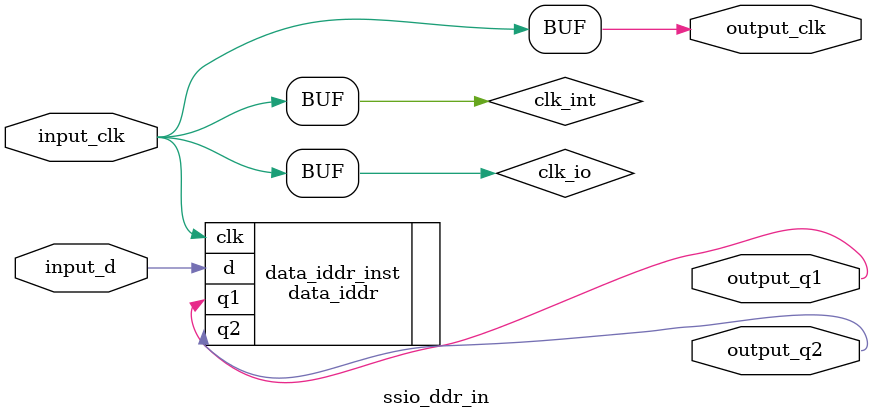
<source format=v>
/*

Copyright (c) 2016-2018 Alex Forencich

Permission is hereby granted, free of charge, to any person obtaining a copy
of this software and associated documentation files (the "Software"), to deal
in the Software without restriction, including without limitation the rights
to use, copy, modify, merge, publish, distribute, sublicense, and/or sell
copies of the Software, and to permit persons to whom the Software is
furnished to do so, subject to the following conditions:

The above copyright notice and this permission notice shall be included in
all copies or substantial portions of the Software.

THE SOFTWARE IS PROVIDED "AS IS", WITHOUT WARRANTY OF ANY KIND, EXPRESS OR
IMPLIED, INCLUDING BUT NOT LIMITED TO THE WARRANTIES OF MERCHANTABILITY
FITNESS FOR A PARTICULAR PURPOSE AND NONINFRINGEMENT. IN NO EVENT SHALL THE
AUTHORS OR COPYRIGHT HOLDERS BE LIABLE FOR ANY CLAIM, DAMAGES OR OTHER
LIABILITY, WHETHER IN AN ACTION OF CONTRACT, TORT OR OTHERWISE, ARISING FROM,
OUT OF OR IN CONNECTION WITH THE SOFTWARE OR THE USE OR OTHER DEALINGS IN
THE SOFTWARE.

*/

// Language: Verilog 2001

`timescale 1ns / 1ps

/*
 * Generic source synchronous DDR input
 */
module ssio_ddr_in #
(
    // target ("SIM", "GENERIC", "XILINX", "ALTERA")
    parameter TARGET = "GENERIC",
    // IODDR style ("IODDR", "IODDR2")
    // Use IODDR for Virtex-4, Virtex-5, Virtex-6, 7 Series, Ultrascale
    // Use IODDR2 for Spartan-6
    parameter IODDR_STYLE = "IODDR2",
    // Clock input style ("BUFG", "BUFR", "BUFIO", "BUFIO2")
    // Use BUFR for Virtex-5, Virtex-6, 7-series
    // Use BUFG for Ultrascale
    // Use BUFIO2 for Spartan-6
    parameter CLOCK_INPUT_STYLE = "BUFIO2",
    // Width of register in bits
    parameter WIDTH = 1
)
(
    input  wire             input_clk,

    input  wire [WIDTH-1:0] input_d,

    output wire             output_clk,

    output wire [WIDTH-1:0] output_q1,
    output wire [WIDTH-1:0] output_q2
);

wire clk_int;
wire clk_io;

generate

if (TARGET == "XILINX") begin

    // use Xilinx clocking primitives

    if (CLOCK_INPUT_STYLE == "BUFG") begin

        // buffer RX clock
        BUFG
        clk_bufg (
            .I(input_clk),
            .O(clk_int)
        );

        // pass through RX clock to logic and input buffers
        assign clk_io = clk_int;
        assign output_clk = clk_int;

    end else if (CLOCK_INPUT_STYLE == "BUFR") begin

        assign clk_int = input_clk;

        // pass through RX clock to input buffers
        BUFIO
        clk_bufio (
            .I(clk_int),
            .O(clk_io)
        );

        // pass through RX clock to logic
        BUFR #(
            .BUFR_DIVIDE("BYPASS")
        )
        clk_bufr (
            .I(clk_int),
            .O(output_clk),
            .CE(1'b1),
            .CLR(1'b0)
        );
        
    end else if (CLOCK_INPUT_STYLE == "BUFIO") begin

        assign clk_int = input_clk;

        // pass through RX clock to input buffers
        BUFIO
        clk_bufio (
            .I(clk_int),
            .O(clk_io)
        );

        // pass through RX clock to MAC
        BUFG
        clk_bufg (
            .I(clk_int),
            .O(output_clk)
        );

    end else if (CLOCK_INPUT_STYLE == "BUFIO2") begin

        // pass through RX clock to input buffers
        BUFIO2 #(
            .DIVIDE(1),
            .DIVIDE_BYPASS("TRUE"),
            .I_INVERT("FALSE"),
            .USE_DOUBLER("FALSE")
        )
        clk_bufio (
            .I(input_clk),
            .DIVCLK(clk_int),
            .IOCLK(clk_io),
            .SERDESSTROBE()
        );

        // pass through RX clock to MAC
        BUFG
        clk_bufg (
            .I(clk_int),
            .O(output_clk)
        );

    end

end else begin

    // pass through RX clock to input buffers
    assign clk_io = input_clk;

    // pass through RX clock to logic
    assign clk_int = input_clk;
    assign output_clk = clk_int;

end

endgenerate

data_iddr #(
    .TARGET(TARGET),
    .IODDR_STYLE(IODDR_STYLE),
    .WIDTH(WIDTH)
)
data_iddr_inst (
    .clk(clk_io),
    .d(input_d),
    .q1(output_q1),
    .q2(output_q2)
);

endmodule

</source>
